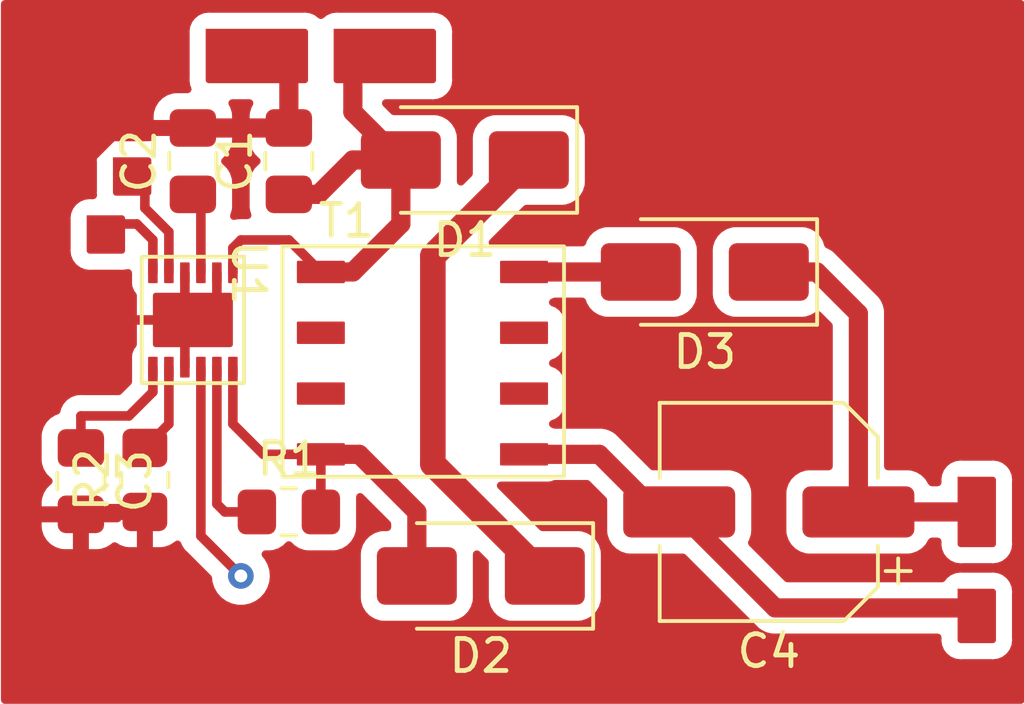
<source format=kicad_pcb>
(kicad_pcb (version 20221018) (generator pcbnew)
  (layers (0 "F.Cu" signal) (31 "B.Cu" signal) (34 "B.Paste" user) (35 "F.Paste" user) (36 "B.SilkS" user "B.Silkscreen") (37 "F.SilkS" user "F.Silkscreen") (38 "B.Mask" user) (39 "F.Mask" user) (44 "Edge.Cuts" user))
  (net 0 "")
  (net 1 "Net-(D1-A)")
  (net 2 "GND")
  (net 3 "Net-(U1-Vcc)")
  (net 4 "Net-(U1-SS)")
  (net 5 "Net-(D3-K)")
  (net 6 "Net-(C4-Pad2)")
  (net 7 "Net-(D1-K)")
  (net 8 "Net-(D2-A)")
  (net 9 "Net-(D3-A)")
  (net 10 "Net-(U1-FB)")
  (net 11 "Net-(U1-SET)")
  (net 12 "unconnected-(U1-RT-Pad5)")
  (net 13 "unconnected-(U1-TC{slash}Vcm-Pad6)")
  (footprint "MEMS_IC:TDFN12L 3x3" (layer "F.Cu") (at 140.25 57.525 -90)
    (fp_text reference "U1" (at 0 -0.5 -90 unlocked) (layer "F.SilkS"))
    (fp_text value "~")
    (fp_rect (start -0.5 -0.35) (end 3.45 2.85) (stroke (width 0.12)) (fill none) (layer "F.SilkS"))
    (pad "1" smd roundrect (at 0 0 270) (size 0.65 0.3) (layers "F.Cu" "F.Paste" "F.Mask") (roundrect_rratio 0.1) (net 1 "Net-(D1-A)"))
    (pad "2" smd roundrect (at 0 0.5 270) (size 0.65 0.3) (layers "F.Cu" "F.Paste" "F.Mask") (roundrect_rratio 0.1) (net 2 "GND"))
    (pad "3" smd roundrect (at 0 1 270) (size 0.65 0.3) (layers "F.Cu" "F.Paste" "F.Mask") (roundrect_rratio 0.1) (net 3 "Net-(U1-Vcc)"))
    (pad "4" smd roundrect (at 0 1.5 270) (size 0.65 0.3) (layers "F.Cu" "F.Paste" "F.Mask") (roundrect_rratio 0.1) (net 2 "GND"))
    (pad "5" smd roundrect (at 0 2 270) (size 0.65 0.3) (layers "F.Cu" "F.Paste" "F.Mask") (roundrect_rratio 0.1) (net 12 "unconnected-(U1-RT-Pad5)"))
    (pad "6" smd roundrect (at 0 2.5 270) (size 0.65 0.3) (layers "F.Cu" "F.Paste" "F.Mask") (roundrect_rratio 0.1) (net 13 "unconnected-(U1-TC{slash}Vcm-Pad6)"))
    (pad "7" smd roundrect (at 2.95 2.5 270) (size 0.65 0.3) (layers "F.Cu" "F.Paste" "F.Mask") (roundrect_rratio 0.1) (net 4 "Net-(U1-SS)"))
    (pad "8" smd roundrect (at 2.95 2 270) (size 0.65 0.3) (layers "F.Cu" "F.Paste" "F.Mask") (roundrect_rratio 0.1) (net 11 "Net-(U1-SET)"))
    (pad "9" smd roundrect (at 2.95 1.5 270) (size 0.65 0.3) (layers "F.Cu" "F.Paste" "F.Mask") (roundrect_rratio 0.1) (net 2 "GND"))
    (pad "10" smd roundrect (at 2.95 1 270) (size 0.65 0.3) (layers "F.Cu" "F.Paste" "F.Mask") (roundrect_rratio 0.1) (net 1 "Net-(D1-A)"))
    (pad "11" smd roundrect (at 2.95 0.5 270) (size 0.65 0.3) (layers "F.Cu" "F.Paste" "F.Mask") (roundrect_rratio 0.1) (net 10 "Net-(U1-FB)"))
    (pad "12" smd roundrect (at 2.95 0 270) (size 0.65 0.3) (layers "F.Cu" "F.Paste" "F.Mask") (roundrect_rratio 0.1) (net 8 "Net-(D2-A)"))
    (pad "13" smd roundrect (at 1.475 1.25 270) (size 1.7 2.5) (layers "F.Cu" "F.Paste" "F.Mask") (roundrect_rratio 0.05) (net 2 "GND"))
  )
  (footprint "MEMS_Passive:FA2369-AL" (layer "F.Cu") (at 143 57.5)
    (fp_text reference "T1" (at 0.8 -1.6 unlocked) (layer "F.SilkS"))
    (fp_text value "~")
    (fp_rect (start -1.2 -0.8) (end 7.6 6.4) (stroke (width 0.12)) (fill none) (layer "F.SilkS"))
    (pad "" smd roundrect (at 0 1.9) (size 1.5 0.7) (layers "F.Cu" "F.Paste" "F.Mask") (roundrect_rratio 0.05))
    (pad "" smd roundrect (at 0 3.8 180) (size 1.5 0.7) (layers "F.Cu" "F.Paste" "F.Mask") (roundrect_rratio 0.05))
    (pad "" smd roundrect (at 6.35 1.9) (size 1.5 0.7) (layers "F.Cu" "F.Paste" "F.Mask") (roundrect_rratio 0.05))
    (pad "" smd roundrect (at 6.35 3.8 180) (size 1.5 0.7) (layers "F.Cu" "F.Paste" "F.Mask") (roundrect_rratio 0.05))
    (pad "1" smd roundrect (at 0 0) (size 1.5 0.7) (layers "F.Cu" "F.Paste" "F.Mask") (roundrect_rratio 0.05) (net 1 "Net-(D1-A)"))
    (pad "4" smd roundrect (at 0 5.7 180) (size 1.5 0.7) (layers "F.Cu" "F.Paste" "F.Mask") (roundrect_rratio 0.05) (net 8 "Net-(D2-A)"))
    (pad "5" smd roundrect (at 6.35 5.7 180) (size 1.5 0.7) (layers "F.Cu" "F.Paste" "F.Mask") (roundrect_rratio 0.05) (net 6 "Net-(C4-Pad2)"))
    (pad "8" smd roundrect (at 6.35 0) (size 1.5 0.7) (layers "F.Cu" "F.Paste" "F.Mask") (roundrect_rratio 0.05) (net 9 "Net-(D3-A)"))
  )
  (footprint "Diode_SMD:D_SMA" (layer "F.Cu") (at 155 57.5 180)
    (fp_text reference "D3" (at 0 -2.5) (layer "F.SilkS"))
    (fp_text value "D")
    (fp_line (start -3.51 -1.65) (end -3.51 1.65) (stroke (width 0.12)) (layer "F.SilkS"))
    (fp_line (start -3.51 -1.65) (end 2 -1.65) (stroke (width 0.12)) (layer "F.SilkS"))
    (fp_line (start -3.51 1.65) (end 2 1.65) (stroke (width 0.12)) (layer "F.SilkS"))
    (pad "1" smd roundrect (at -2 0 180) (size 2.5 1.8) (layers "F.Cu" "F.Paste" "F.Mask") (roundrect_rratio 0.1388888889) (net 5 "Net-(D3-K)"))
    (pad "2" smd roundrect (at 2 0 180) (size 2.5 1.8) (layers "F.Cu" "F.Paste" "F.Mask") (roundrect_rratio 0.1388888889) (net 9 "Net-(D3-A)"))
  )
  (footprint "Capacitor_SMD:CP_Elec_6.3x5.9" (layer "F.Cu") (at 157 65 180)
    (fp_text reference "C4" (at 0 -4.35) (layer "F.SilkS"))
    (fp_text value "C_Polarized")
    (fp_line (start -4.4375 -1.8475) (end -3.65 -1.8475) (stroke (width 0.12)) (layer "F.SilkS"))
    (fp_line (start -4.04375 -2.24125) (end -4.04375 -1.45375) (stroke (width 0.12)) (layer "F.SilkS"))
    (fp_line (start -3.41 -2.345563) (end -3.41 -1.06) (stroke (width 0.12)) (layer "F.SilkS"))
    (fp_line (start -3.41 -2.345563) (end -2.345563 -3.41) (stroke (width 0.12)) (layer "F.SilkS"))
    (fp_line (start -3.41 2.345563) (end -3.41 1.06) (stroke (width 0.12)) (layer "F.SilkS"))
    (fp_line (start -3.41 2.345563) (end -2.345563 3.41) (stroke (width 0.12)) (layer "F.SilkS"))
    (fp_line (start -2.345563 -3.41) (end 3.41 -3.41) (stroke (width 0.12)) (layer "F.SilkS"))
    (fp_line (start -2.345563 3.41) (end 3.41 3.41) (stroke (width 0.12)) (layer "F.SilkS"))
    (fp_line (start 3.41 -3.41) (end 3.41 -1.06) (stroke (width 0.12)) (layer "F.SilkS"))
    (fp_line (start 3.41 3.41) (end 3.41 1.06) (stroke (width 0.12)) (layer "F.SilkS"))
    (pad "1" smd roundrect (at -2.8 0 180) (size 3.5 1.6) (layers "F.Cu" "F.Paste" "F.Mask") (roundrect_rratio 0.15625) (net 5 "Net-(D3-K)"))
    (pad "2" smd roundrect (at 2.8 0 180) (size 3.5 1.6) (layers "F.Cu" "F.Paste" "F.Mask") (roundrect_rratio 0.15625) (net 6 "Net-(C4-Pad2)"))
  )
  (footprint "Capacitor_SMD:C_0805_2012Metric_Pad1.18x1.45mm_HandSolder" (layer "F.Cu") (at 139 54.0375 90)
    (fp_text reference "C2" (at 0 -1.68 90) (layer "F.SilkS"))
    (fp_text value "2.2u")
    (fp_line (start -0.261252 -0.735) (end 0.261252 -0.735) (stroke (width 0.12)) (layer "F.SilkS"))
    (fp_line (start -0.261252 0.735) (end 0.261252 0.735) (stroke (width 0.12)) (layer "F.SilkS"))
    (pad "1" smd roundrect (at -1.0375 0 90) (size 1.175 1.45) (layers "F.Cu" "F.Paste" "F.Mask") (roundrect_rratio 0.212766) (net 3 "Net-(U1-Vcc)"))
    (pad "2" smd roundrect (at 1.0375 0 90) (size 1.175 1.45) (layers "F.Cu" "F.Paste" "F.Mask") (roundrect_rratio 0.212766) (net 2 "GND"))
  )
  (footprint "Capacitor_SMD:C_0805_2012Metric_Pad1.18x1.45mm_HandSolder" (layer "F.Cu") (at 142 54.0375 90)
    (fp_text reference "C1" (at 0 -1.68 90) (layer "F.SilkS"))
    (fp_text value "4.7u")
    (fp_line (start -0.261252 -0.735) (end 0.261252 -0.735) (stroke (width 0.12)) (layer "F.SilkS"))
    (fp_line (start -0.261252 0.735) (end 0.261252 0.735) (stroke (width 0.12)) (layer "F.SilkS"))
    (pad "1" smd roundrect (at -1.0375 0 90) (size 1.175 1.45) (layers "F.Cu" "F.Paste" "F.Mask") (roundrect_rratio 0.212766) (net 1 "Net-(D1-A)"))
    (pad "2" smd roundrect (at 1.0375 0 90) (size 1.175 1.45) (layers "F.Cu" "F.Paste" "F.Mask") (roundrect_rratio 0.212766) (net 2 "GND"))
  )
  (footprint "Resistor_SMD:R_0805_2012Metric_Pad1.20x1.40mm_HandSolder" (layer "F.Cu") (at 137.5 64 90)
    (fp_text reference "R2" (at 0 -1.65 90) (layer "F.SilkS"))
    (fp_text value "10k")
    (fp_line (start -0.227064 -0.735) (end 0.227064 -0.735) (stroke (width 0.12)) (layer "F.SilkS"))
    (fp_line (start -0.227064 0.735) (end 0.227064 0.735) (stroke (width 0.12)) (layer "F.SilkS"))
    (pad "1" smd roundrect (at -1 0 90) (size 1.2 1.4) (layers "F.Cu" "F.Paste" "F.Mask") (roundrect_rratio 0.208333) (net 2 "GND"))
    (pad "2" smd roundrect (at 1 0 90) (size 1.2 1.4) (layers "F.Cu" "F.Paste" "F.Mask") (roundrect_rratio 0.208333) (net 11 "Net-(U1-SET)"))
  )
  (footprint "Diode_SMD:D_SMA" (layer "F.Cu") (at 148 67 180)
    (fp_text reference "D2" (at 0 -2.5) (layer "F.SilkS"))
    (fp_text value "D_Schottky")
    (fp_line (start -3.51 -1.65) (end -3.51 1.65) (stroke (width 0.12)) (layer "F.SilkS"))
    (fp_line (start -3.51 -1.65) (end 2 -1.65) (stroke (width 0.12)) (layer "F.SilkS"))
    (fp_line (start -3.51 1.65) (end 2 1.65) (stroke (width 0.12)) (layer "F.SilkS"))
    (pad "1" smd roundrect (at -2 0 180) (size 2.5 1.8) (layers "F.Cu" "F.Paste" "F.Mask") (roundrect_rratio 0.1388888889) (net 7 "Net-(D1-K)"))
    (pad "2" smd roundrect (at 2 0 180) (size 2.5 1.8) (layers "F.Cu" "F.Paste" "F.Mask") (roundrect_rratio 0.1388888889) (net 8 "Net-(D2-A)"))
  )
  (footprint "Diode_SMD:D_SMA" (layer "F.Cu") (at 147.5 54 180)
    (fp_text reference "D1" (at 0 -2.5 180) (layer "F.SilkS"))
    (fp_text value "D_Zener")
    (fp_line (start -3.51 -1.65) (end -3.51 1.65) (stroke (width 0.12)) (layer "F.SilkS"))
    (fp_line (start -3.51 -1.65) (end 2 -1.65) (stroke (width 0.12)) (layer "F.SilkS"))
    (fp_line (start -3.51 1.65) (end 2 1.65) (stroke (width 0.12)) (layer "F.SilkS"))
    (pad "1" smd roundrect (at -2 0 180) (size 2.5 1.8) (layers "F.Cu" "F.Paste" "F.Mask") (roundrect_rratio 0.1388888889) (net 7 "Net-(D1-K)"))
    (pad "2" smd roundrect (at 2 0 180) (size 2.5 1.8) (layers "F.Cu" "F.Paste" "F.Mask") (roundrect_rratio 0.1388888889) (net 1 "Net-(D1-A)"))
  )
  (footprint "Capacitor_SMD:C_0805_2012Metric_Pad1.18x1.45mm_HandSolder" (layer "F.Cu") (at 135.5 64.0375 -90)
    (fp_text reference "C3" (at 0 -1.68 90) (layer "F.SilkS"))
    (fp_text value "100n")
    (fp_line (start -0.261252 -0.735) (end 0.261252 -0.735) (stroke (width 0.12)) (layer "F.SilkS"))
    (fp_line (start -0.261252 0.735) (end 0.261252 0.735) (stroke (width 0.12)) (layer "F.SilkS"))
    (pad "1" smd roundrect (at -1.0375 0 270) (size 1.175 1.45) (layers "F.Cu" "F.Paste" "F.Mask") (roundrect_rratio 0.212766) (net 4 "Net-(U1-SS)"))
    (pad "2" smd roundrect (at 1.0375 0 270) (size 1.175 1.45) (layers "F.Cu" "F.Paste" "F.Mask") (roundrect_rratio 0.212766) (net 2 "GND"))
  )
  (footprint "Resistor_SMD:R_0805_2012Metric_Pad1.20x1.40mm_HandSolder" (layer "F.Cu") (at 142 65)
    (fp_text reference "R1" (at 0 -1.65) (layer "F.SilkS"))
    (fp_text value "100k")
    (fp_line (start -0.227064 -0.735) (end 0.227064 -0.735) (stroke (width 0.12)) (layer "F.SilkS"))
    (fp_line (start -0.227064 0.735) (end 0.227064 0.735) (stroke (width 0.12)) (layer "F.SilkS"))
    (pad "1" smd roundrect (at -1 0) (size 1.2 1.4) (layers "F.Cu" "F.Paste" "F.Mask") (roundrect_rratio 0.208333) (net 10 "Net-(U1-FB)"))
    (pad "2" smd roundrect (at 1 0) (size 1.2 1.4) (layers "F.Cu" "F.Paste" "F.Mask") (roundrect_rratio 0.208333) (net 8 "Net-(D2-A)"))
  )
  (gr_rect (start 163 64) (end 164 66) (stroke (width 0.2)) (fill solid) (layer "F.Cu"))
  (gr_rect (start 143.5 50) (end 146.5 51.5) (stroke (width 0.2)) (fill solid) (layer "F.Cu"))
  (gr_rect (start 136.60163 54.016121) (end 137.60163 55.016121) (stroke (width 0.2)) (fill solid) (layer "F.Cu"))
  (gr_rect (start 135.78099 55.828607) (end 136.78099 56.828607) (stroke (width 0.2)) (fill solid) (layer "F.Cu"))
  (gr_rect (start 163 67.5) (end 164 69) (stroke (width 0.2)) (fill solid) (layer "F.Cu"))
  (gr_rect (start 139.5 50) (end 142.5 51.5) (stroke (width 0.2)) (fill solid) (layer "F.Cu"))
  (segment (start 142 55.075) (end 142.925 55.075) (width 0.6) (layer "F.Cu") (net 1))
  (segment (start 142.925 55.075) (end 144 54) (width 0.6) (layer "F.Cu") (net 1))
  (segment (start 140.25 56.75) (end 140.5 56.5) (width 0.3) (layer "F.Cu") (net 1))
  (segment (start 139.25 65.75) (end 139.25 60.475) (width 0.3) (layer "F.Cu") (net 1))
  (segment (start 145.5 56) (end 144 57.5) (width 0.6) (layer "F.Cu") (net 1))
  (segment (start 140.5 56.5) (end 142 56.5) (width 0.3) (layer "F.Cu") (net 1))
  (segment (start 145.5 54) (end 144 52.5) (width 0.6) (layer "F.Cu") (net 1))
  (segment (start 140.25 57.525) (end 140.25 56.75) (width 0.3) (layer "F.Cu") (net 1))
  (segment (start 144 54) (end 145.5 54) (width 0.6) (layer "F.Cu") (net 1))
  (segment (start 145.5 54) (end 145.5 56) (width 0.6) (layer "F.Cu") (net 1))
  (segment (start 140.5 67) (end 139.25 65.75) (width 0.3) (layer "F.Cu") (net 1))
  (segment (start 142 56.5) (end 143 57.5) (width 0.3) (layer "F.Cu") (net 1))
  (segment (start 144 52.5) (end 144 51) (width 0.6) (layer "F.Cu") (net 1))
  (segment (start 144 57.5) (end 143 57.5) (width 0.6) (layer "F.Cu") (net 1))
  (via (at 140.5 67) (size 0.8) (drill 0.4) (layers "F.Cu" "B.Cu") (net 1))
  (segment (start 139.75 58.25) (end 139 59) (width 0.3) (layer "F.Cu") (net 2))
  (segment (start 138.75 60.475) (end 138.75 59.25) (width 0.3) (layer "F.Cu") (net 2))
  (segment (start 138.75 59.25) (end 139 59) (width 0.3) (layer "F.Cu") (net 2))
  (segment (start 136.75 53) (end 139 53) (width 0.3) (layer "F.Cu") (net 2))
  (segment (start 139 59) (end 136 59) (width 0.3) (layer "F.Cu") (net 2))
  (segment (start 139.75 57.525) (end 139.75 58.25) (width 0.3) (layer "F.Cu") (net 2))
  (segment (start 138.75 57.525) (end 138.75 58.75) (width 0.3) (layer "F.Cu") (net 2))
  (segment (start 136 59) (end 135 58) (width 0.3) (layer "F.Cu") (net 2))
  (segment (start 142 53) (end 142 51) (width 0.6) (layer "F.Cu") (net 2))
  (segment (start 138.75 58.75) (end 139 59) (width 0.3) (layer "F.Cu") (net 2))
  (segment (start 135 54.75) (end 136.75 53) (width 0.3) (layer "F.Cu") (net 2))
  (segment (start 142 53) (end 139 53) (width 0.6) (layer "F.Cu") (net 2))
  (segment (start 135 58) (end 135 54.75) (width 0.3) (layer "F.Cu") (net 2))
  (segment (start 139.25 57.525) (end 139.25 55.325) (width 0.3) (layer "F.Cu") (net 3))
  (segment (start 139.25 55.325) (end 139 55.075) (width 0.3) (layer "F.Cu") (net 3))
  (segment (start 137.75 61.25) (end 137 62) (width 0.3) (layer "F.Cu") (net 4))
  (segment (start 135.5 62) (end 135.5 63) (width 0.3) (layer "F.Cu") (net 4))
  (segment (start 137 62) (end 135.5 62) (width 0.3) (layer "F.Cu") (net 4))
  (segment (start 137.75 60.475) (end 137.75 61.25) (width 0.3) (layer "F.Cu") (net 4))
  (segment (start 159.8 65) (end 163.5 65) (width 0.6) (layer "F.Cu") (net 5))
  (segment (start 159.8 58.8) (end 158.5 57.5) (width 0.6) (layer "F.Cu") (net 5))
  (segment (start 159.8 65) (end 159.8 58.8) (width 0.6) (layer "F.Cu") (net 5))
  (segment (start 158.5 57.5) (end 157 57.5) (width 0.6) (layer "F.Cu") (net 5))
  (segment (start 153.5 65) (end 154.2 65) (width 0.6) (layer "F.Cu") (net 6))
  (segment (start 151.7 63.2) (end 153.5 65) (width 0.6) (layer "F.Cu") (net 6))
  (segment (start 157.2 68) (end 163.5 68) (width 0.6) (layer "F.Cu") (net 6))
  (segment (start 149.35 63.2) (end 151.7 63.2) (width 0.6) (layer "F.Cu") (net 6))
  (segment (start 154.2 65) (end 157.2 68) (width 0.6) (layer "F.Cu") (net 6))
  (segment (start 146.5 57) (end 146.5 63.5) (width 0.8) (layer "F.Cu") (net 7))
  (segment (start 149.5 54) (end 146.5 57) (width 0.8) (layer "F.Cu") (net 7))
  (segment (start 146.5 63.5) (end 150 67) (width 0.8) (layer "F.Cu") (net 7))
  (segment (start 141.2 63.2) (end 140.25 62.25) (width 0.3) (layer "F.Cu") (net 8))
  (segment (start 146 67) (end 146 65) (width 0.6) (layer "F.Cu") (net 8))
  (segment (start 143 65) (end 143 63.2) (width 0.3) (layer "F.Cu") (net 8))
  (segment (start 143 63.2) (end 141.2 63.2) (width 0.3) (layer "F.Cu") (net 8))
  (segment (start 140.25 62.25) (end 140.25 60.475) (width 0.3) (layer "F.Cu") (net 8))
  (segment (start 146 65) (end 144.2 63.2) (width 0.6) (layer "F.Cu") (net 8))
  (segment (start 144.2 63.2) (end 143 63.2) (width 0.6) (layer "F.Cu") (net 8))
  (segment (start 149.35 57.5) (end 153 57.5) (width 0.6) (layer "F.Cu") (net 9))
  (segment (start 139.75 60.475) (end 139.75 64.75) (width 0.3) (layer "F.Cu") (net 10))
  (segment (start 139.75 64.75) (end 140 65) (width 0.3) (layer "F.Cu") (net 10))
  (segment (start 140 65) (end 141 65) (width 0.3) (layer "F.Cu") (net 10))
  (segment (start 138.25 62.25) (end 137.5 63) (width 0.3) (layer "F.Cu") (net 11))
  (segment (start 138.25 60.475) (end 138.25 62.25) (width 0.3) (layer "F.Cu") (net 11))
  (segment (start 138.25 56.25) (end 137.5 55.5) (width 0.3) (layer "F.Cu") (net 12))
  (segment (start 137.5 55.5) (end 137.5 54.5) (width 0.3) (layer "F.Cu") (net 12))
  (segment (start 138.25 57.525) (end 138.25 56.25) (width 0.3) (layer "F.Cu") (net 12))
  (segment (start 137.25 56) (end 136 56) (width 0.3) (layer "F.Cu") (net 13))
  (segment (start 137.75 57.525) (end 137.75 56.5) (width 0.3) (layer "F.Cu") (net 13))
  (segment (start 137.75 56.5) (end 137.25 56) (width 0.3) (layer "F.Cu") (net 13))
  (zone (net 2) (net_name "GND") (layer "F.Cu") (connect_pads (clearance 0.5)) (min_thickness 0.25) (fill yes (thermal_gap 0.5) (thermal_bridge_width 0.5))
    (polygon (pts (xy 165 49) (xy 165 71) (xy 133 71) (xy 133 49)))
  )
)
</source>
